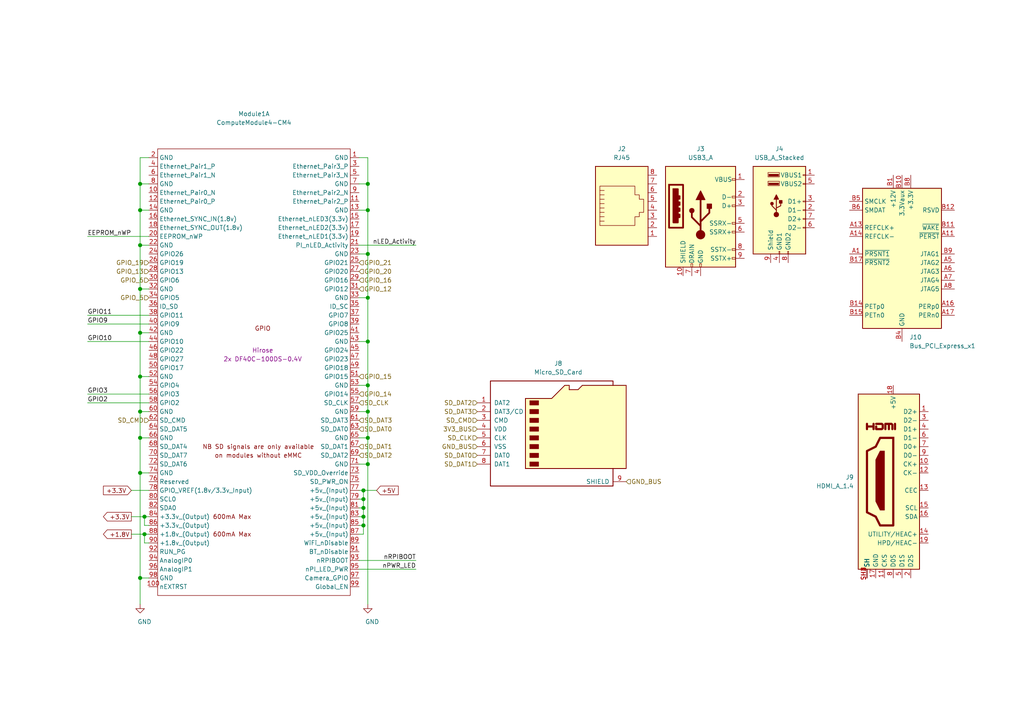
<source format=kicad_sch>
(kicad_sch (version 20250114) (generator "eeschema") (generator_version "9.0")
  (paper "A4")
  (title_block (title "A1K_CM4_PCIE") (date "2020-10-31") (rev "v01") (comment 2 "creativecommons.org/licenses/by-sa/4.0") (comment 3 "License: CC BY-SA 4.0") (comment 4 "Author: Shawn Hymel"))
  (lib_symbols
    (symbol "CM4IO:ComputeModule4-CM4"
      (property "Reference" "Module" (at 113.03 -68.58 0))
      (property "Value" "ComputeModule4-CM4" (at 140.97 2.54 0))
      (property "Manufacturer" "Hirose" (at 0 0 0))
      (property "MPN" "2x DF40C-100DS-0.4V" (at 0 -2.54 0))
      (property "MPN (Alt)" "2x DF40HC(3.0)-100DS-0.4V" (at 0 0 0))
      (symbol "ComputeModule4-CM4_1_0"
        (text "GPIO" (at 0 6.35 0) (effects (font (size 1.27 1.27))))
      )
      (symbol "ComputeModule4-CM4_1_1"
        (rectangle (start -30.48 -71.12) (end 25.4 58.42))
        (text "600mA Max" (at -8.89 -48.26 0) (effects (font (size 1.27 1.27))))
        (text "600mA Max" (at -8.89 -53.34 0) (effects (font (size 1.27 1.27))))
        (text "NB SD signals are only available" (at -1.27 -27.94 0) (effects (font (size 1.27 1.27))))
        (text "on modules without eMMC" (at -1.27 -30.48 0) (effects (font (size 1.27 1.27))))
        (pin power_in line (at -33.02 55.88 0) (length 2.54) (name "GND") (number "2"))
        (pin passive line (at -33.02 53.34 0) (length 2.54) (name "Ethernet_Pair1_P") (number "4"))
        (pin passive line (at -33.02 50.8 0) (length 2.54) (name "Ethernet_Pair1_N") (number "6"))
        (pin power_in line (at -33.02 48.26 0) (length 2.54) (name "GND") (number "8"))
        (pin passive line (at -33.02 45.72 0) (length 2.54) (name "Ethernet_Pair0_N") (number "10"))
        (pin passive line (at -33.02 43.18 0) (length 2.54) (name "Ethernet_Pair0_P") (number "12"))
        (pin power_in line (at -33.02 40.64 0) (length 2.54) (name "GND") (number "14"))
        (pin input line (at -33.02 38.1 0) (length 2.54) (name "Ethernet_SYNC_IN(1.8v)") (number "16"))
        (pin input line (at -33.02 35.56 0) (length 2.54) (name "Ethernet_SYNC_OUT(1.8v)") (number "18"))
        (pin passive line (at -33.02 33.02 0) (length 2.54) (name "EEPROM_nWP") (number "20"))
        (pin power_in line (at -33.02 30.48 0) (length 2.54) (name "GND") (number "22"))
        (pin passive line (at -33.02 27.94 0) (length 2.54) (name "GPIO26") (number "24"))
        (pin passive line (at -33.02 25.4 0) (length 2.54) (name "GPIO19") (number "26"))
        (pin passive line (at -33.02 22.86 0) (length 2.54) (name "GPIO13") (number "28"))
        (pin passive line (at -33.02 20.32 0) (length 2.54) (name "GPIO6") (number "30"))
        (pin power_in line (at -33.02 17.78 0) (length 2.54) (name "GND") (number "32"))
        (pin passive line (at -33.02 15.24 0) (length 2.54) (name "GPIO5") (number "34"))
        (pin passive line (at -33.02 12.7 0) (length 2.54) (name "ID_SD") (number "36"))
        (pin passive line (at -33.02 10.16 0) (length 2.54) (name "GPIO11") (number "38"))
        (pin passive line (at -33.02 7.62 0) (length 2.54) (name "GPIO9") (number "40"))
        (pin power_in line (at -33.02 5.08 0) (length 2.54) (name "GND") (number "42"))
        (pin passive line (at -33.02 2.54 0) (length 2.54) (name "GPIO10") (number "44"))
        (pin passive line (at -33.02 0 0) (length 2.54) (name "GPIO22") (number "46"))
        (pin passive line (at -33.02 -2.54 0) (length 2.54) (name "GPIO27") (number "48"))
        (pin passive line (at -33.02 -5.08 0) (length 2.54) (name "GPIO17") (number "50"))
        (pin power_in line (at -33.02 -7.62 0) (length 2.54) (name "GND") (number "52"))
        (pin passive line (at -33.02 -10.16 0) (length 2.54) (name "GPIO4") (number "54"))
        (pin passive line (at -33.02 -12.7 0) (length 2.54) (name "GPIO3") (number "56"))
        (pin passive line (at -33.02 -15.24 0) (length 2.54) (name "GPIO2") (number "58"))
        (pin power_in line (at -33.02 -17.78 0) (length 2.54) (name "GND") (number "60"))
        (pin passive line (at -33.02 -20.32 0) (length 2.54) (name "SD_CMD") (number "62"))
        (pin passive line (at -33.02 -22.86 0) (length 2.54) (name "SD_DAT5") (number "64"))
        (pin power_in line (at -33.02 -25.4 0) (length 2.54) (name "GND") (number "66"))
        (pin passive line (at -33.02 -27.94 0) (length 2.54) (name "SD_DAT4") (number "68"))
        (pin passive line (at -33.02 -30.48 0) (length 2.54) (name "SD_DAT7") (number "70"))
        (pin passive line (at -33.02 -33.02 0) (length 2.54) (name "SD_DAT6") (number "72"))
        (pin power_in line (at -33.02 -35.56 0) (length 2.54) (name "GND") (number "74"))
        (pin passive line (at -33.02 -38.1 0) (length 2.54) (name "Reserved") (number "76"))
        (pin power_in line (at -33.02 -40.64 0) (length 2.54) (name "GPIO_VREF(1.8v/3.3v_Input)") (number "78"))
        (pin passive line (at -33.02 -43.18 0) (length 2.54) (name "SCL0") (number "80"))
        (pin passive line (at -33.02 -45.72 0) (length 2.54) (name "SDA0") (number "82"))
        (pin power_out line (at -33.02 -48.26 0) (length 2.54) (name "+3.3v_(Output)") (number "84"))
        (pin power_out line (at -33.02 -50.8 0) (length 2.54) (name "+3.3v_(Output)") (number "86"))
        (pin power_out line (at -33.02 -53.34 0) (length 2.54) (name "+1.8v_(Output)") (number "88"))
        (pin power_out line (at -33.02 -55.88 0) (length 2.54) (name "+1.8v_(Output)") (number "90"))
        (pin passive line (at -33.02 -58.42 0) (length 2.54) (name "RUN_PG") (number "92"))
        (pin passive line (at -33.02 -60.96 0) (length 2.54) (name "AnalogIP0") (number "94"))
        (pin passive line (at -33.02 -63.5 0) (length 2.54) (name "AnalogIP1") (number "96"))
        (pin power_in line (at -33.02 -66.04 0) (length 2.54) (name "GND") (number "98"))
        (pin output line (at -33.02 -68.58 0) (length 2.54) (name "nEXTRST") (number "100"))
        (pin power_in line (at 27.94 55.88 180) (length 2.54) (name "GND") (number "1"))
        (pin passive line (at 27.94 53.34 180) (length 2.54) (name "Ethernet_Pair3_P") (number "3"))
        (pin passive line (at 27.94 50.8 180) (length 2.54) (name "Ethernet_Pair3_N") (number "5"))
        (pin power_in line (at 27.94 48.26 180) (length 2.54) (name "GND") (number "7"))
        (pin passive line (at 27.94 45.72 180) (length 2.54) (name "Ethernet_Pair2_N") (number "9"))
        (pin passive line (at 27.94 43.18 180) (length 2.54) (name "Ethernet_Pair2_P") (number "11"))
        (pin power_in line (at 27.94 40.64 180) (length 2.54) (name "GND") (number "13"))
        (pin output line (at 27.94 38.1 180) (length 2.54) (name "Ethernet_nLED3(3.3v)") (number "15"))
        (pin output line (at 27.94 35.56 180) (length 2.54) (name "Ethernet_nLED2(3.3v)") (number "17"))
        (pin output line (at 27.94 33.02 180) (length 2.54) (name "Ethernet_nLED1(3.3v)") (number "19"))
        (pin open_collector line (at 27.94 30.48 180) (length 2.54) (name "PI_nLED_Activity") (number "21"))
        (pin power_in line (at 27.94 27.94 180) (length 2.54) (name "GND") (number "23"))
        (pin passive line (at 27.94 25.4 180) (length 2.54) (name "GPIO21") (number "25"))
        (pin passive line (at 27.94 22.86 180) (length 2.54) (name "GPIO20") (number "27"))
        (pin passive line (at 27.94 20.32 180) (length 2.54) (name "GPIO16") (number "29"))
        (pin passive line (at 27.94 17.78 180) (length 2.54) (name "GPIO12") (number "31"))
        (pin power_in line (at 27.94 15.24 180) (length 2.54) (name "GND") (number "33"))
        (pin passive line (at 27.94 12.7 180) (length 2.54) (name "ID_SC") (number "35"))
        (pin passive line (at 27.94 10.16 180) (length 2.54) (name "GPIO7") (number "37"))
        (pin passive line (at 27.94 7.62 180) (length 2.54) (name "GPIO8") (number "39"))
        (pin passive line (at 27.94 5.08 180) (length 2.54) (name "GPIO25") (number "41"))
        (pin power_in line (at 27.94 2.54 180) (length 2.54) (name "GND") (number "43"))
        (pin passive line (at 27.94 0 180) (length 2.54) (name "GPIO24") (number "45"))
        (pin passive line (at 27.94 -2.54 180) (length 2.54) (name "GPIO23") (number "47"))
        (pin passive line (at 27.94 -5.08 180) (length 2.54) (name "GPIO18") (number "49"))
        (pin passive line (at 27.94 -7.62 180) (length 2.54) (name "GPIO15") (number "51"))
        (pin power_in line (at 27.94 -10.16 180) (length 2.54) (name "GND") (number "53"))
        (pin passive line (at 27.94 -12.7 180) (length 2.54) (name "GPIO14") (number "55"))
        (pin passive line (at 27.94 -15.24 180) (length 2.54) (name "SD_CLK") (number "57"))
        (pin power_in line (at 27.94 -17.78 180) (length 2.54) (name "GND") (number "59"))
        (pin passive line (at 27.94 -20.32 180) (length 2.54) (name "SD_DAT3") (number "61"))
        (pin passive line (at 27.94 -22.86 180) (length 2.54) (name "SD_DAT0") (number "63"))
        (pin power_in line (at 27.94 -25.4 180) (length 2.54) (name "GND") (number "65"))
        (pin passive line (at 27.94 -27.94 180) (length 2.54) (name "SD_DAT1") (number "67"))
        (pin passive line (at 27.94 -30.48 180) (length 2.54) (name "SD_DAT2") (number "69"))
        (pin power_in line (at 27.94 -33.02 180) (length 2.54) (name "GND") (number "71"))
        (pin input line (at 27.94 -35.56 180) (length 2.54) (name "SD_VDD_Override") (number "73"))
        (pin output line (at 27.94 -38.1 180) (length 2.54) (name "SD_PWR_ON") (number "75"))
        (pin power_in line (at 27.94 -40.64 180) (length 2.54) (name "+5v_(Input)") (number "77"))
        (pin power_in line (at 27.94 -43.18 180) (length 2.54) (name "+5v_(Input)") (number "79"))
        (pin power_in line (at 27.94 -45.72 180) (length 2.54) (name "+5v_(Input)") (number "81"))
        (pin power_in line (at 27.94 -48.26 180) (length 2.54) (name "+5v_(Input)") (number "83"))
        (pin power_in line (at 27.94 -50.8 180) (length 2.54) (name "+5v_(Input)") (number "85"))
        (pin power_in line (at 27.94 -53.34 180) (length 2.54) (name "+5v_(Input)") (number "87"))
        (pin power_in line (at 27.94 -55.88 180) (length 2.54) (name "WiFi_nDisable") (number "89"))
        (pin power_in line (at 27.94 -58.42 180) (length 2.54) (name "BT_nDisable") (number "91"))
        (pin input line (at 27.94 -60.96 180) (length 2.54) (name "nRPIBOOT") (number "93"))
        (pin output line (at 27.94 -63.5 180) (length 2.54) (name "nPI_LED_PWR") (number "95"))
        (pin passive line (at 27.94 -66.04 180) (length 2.54) (name "Camera_GPIO") (number "97"))
        (pin input line (at 27.94 -68.58 180) (length 2.54) (name "Global_EN") (number "99"))
      )
      (symbol "ComputeModule4-CM4_2_1"
        (rectangle (start 114.3 -66.04) (end 165.1 63.5))
        (text "High Speed Serial" (at 140.97 0 0) (effects (font (size 1.27 1.27))))
        (pin input line (at 109.22 60.96 0) (length 5.08) (name "PCIe_CLK_nREQ") (number "102"))
        (pin passive line (at 109.22 58.42 0) (length 5.08) (name "Reserved") (number "104"))
        (pin passive line (at 109.22 55.88 0) (length 5.08) (name "Reserved") (number "106"))
        (pin power_in line (at 109.22 53.34 0) (length 5.08) (name "GND") (number "108"))
        (pin output line (at 109.22 50.8 0) (length 5.08) (name "PCIe_CLK_P") (number "110"))
        (pin output line (at 109.22 48.26 0) (length 5.08) (name "PCIe_CLK_N") (number "112"))
        (pin power_in line (at 109.22 45.72 0) (length 5.08) (name "GND") (number "114"))
        (pin input line (at 109.22 43.18 0) (length 5.08) (name "PCIe_RX_P") (number "116"))
        (pin input line (at 109.22 40.64 0) (length 5.08) (name "PCIe_RX_N") (number "118"))
        (pin power_in line (at 109.22 38.1 0) (length 5.08) (name "GND") (number "120"))
        (pin output line (at 109.22 35.56 0) (length 5.08) (name "PCIe_TX_P") (number "122"))
        (pin output line (at 109.22 33.02 0) (length 5.08) (name "PCIe_TX_N") (number "124"))
        (pin power_in line (at 109.22 30.48 0) (length 5.08) (name "GND") (number "126"))
        (pin input line (at 109.22 27.94 0) (length 5.08) (name "CAM0_D0_N") (number "128"))
        (pin input line (at 109.22 25.4 0) (length 5.08) (name "CAM0_D0_P") (number "130"))
        (pin power_in line (at 109.22 22.86 0) (length 5.08) (name "GND") (number "132"))
        (pin input line (at 109.22 20.32 0) (length 5.08) (name "CAM0_D1_N") (number "134"))
        (pin input line (at 109.22 17.78 0) (length 5.08) (name "CAM0_D1_P") (number "136"))
        (pin power_in line (at 109.22 15.24 0) (length 5.08) (name "GND") (number "138"))
        (pin input line (at 109.22 12.7 0) (length 5.08) (name "CAM0_C_N") (number "140"))
        (pin input line (at 109.22 10.16 0) (length 5.08) (name "CAM0_C_P") (number "142"))
        (pin power_in line (at 109.22 7.62 0) (length 5.08) (name "GND") (number "144"))
        (pin output line (at 109.22 5.08 0) (length 5.08) (name "HDMI1_TX2_P") (number "146"))
        (pin output line (at 109.22 2.54 0) (length 5.08) (name "HDMI1_TX2_N") (number "148"))
        (pin power_in line (at 109.22 0 0) (length 5.08) (name "GND") (number "150"))
        (pin output line (at 109.22 -2.54 0) (length 5.08) (name "HDMI1_TX1_P") (number "152"))
        (pin output line (at 109.22 -5.08 0) (length 5.08) (name "HDMI1_TX1_N") (number "154"))
        (pin power_in line (at 109.22 -7.62 0) (length 5.08) (name "GND") (number "156"))
        (pin output line (at 109.22 -10.16 0) (length 5.08) (name "HDMI1_TX0_P") (number "158"))
        (pin output line (at 109.22 -12.7 0) (length 5.08) (name "HDMI1_TX0_N") (number "160"))
        (pin power_in line (at 109.22 -15.24 0) (length 5.08) (name "GND") (number "162"))
        (pin output line (at 109.22 -17.78 0) (length 5.08) (name "HDMI1_CLK_P") (number "164"))
        (pin output line (at 109.22 -20.32 0) (length 5.08) (name "HDMI1_CLK_N") (number "166"))
        (pin power_in line (at 109.22 -22.86 0) (length 5.08) (name "GND") (number "168"))
        (pin output line (at 109.22 -25.4 0) (length 5.08) (name "HDMI0_TX2_P") (number "170"))
        (pin output line (at 109.22 -27.94 0) (length 5.08) (name "HDMI0_TX2_N") (number "172"))
        (pin power_in line (at 109.22 -30.48 0) (length 5.08) (name "GND") (number "174"))
        (pin output line (at 109.22 -33.02 0) (length 5.08) (name "HDMI0_TX1_P") (number "176"))
        (pin output line (at 109.22 -35.56 0) (length 5.08) (name "HDMI0_TX1_N") (number "178"))
        (pin power_in line (at 109.22 -38.1 0) (length 5.08) (name "GND") (number "180"))
        (pin output line (at 109.22 -40.64 0) (length 5.08) (name "HDMI0_TX0_P") (number "182"))
        (pin output line (at 109.22 -43.18 0) (length 5.08) (name "HDMI0_TX0_N") (number "184"))
        (pin power_in line (at 109.22 -45.72 0) (length 5.08) (name "GND") (number "186"))
        (pin output line (at 109.22 -48.26 0) (length 5.08) (name "HDMI0_CLK_P") (number "188"))
        (pin output line (at 109.22 -50.8 0) (length 5.08) (name "HDMI0_CLK_N") (number "190"))
        (pin power_in line (at 109.22 -53.34 0) (length 5.08) (name "GND") (number "192"))
        (pin output line (at 109.22 -55.88 0) (length 5.08) (name "DSI1_D3_N") (number "194"))
        (pin output line (at 109.22 -58.42 0) (length 5.08) (name "DSI1_D3_P") (number "196"))
        (pin power_in line (at 109.22 -60.96 0) (length 5.08) (name "GND") (number "198"))
        (pin open_collector line (at 109.22 -63.5 0) (length 5.08) (name "HDMI0_SCL") (number "200"))
        (pin input line (at 170.18 60.96 180) (length 5.08) (name "USB_OTG_ID") (number "101"))
        (pin passive line (at 170.18 58.42 180) (length 5.08) (name "USB2_N") (number "103"))
        (pin passive line (at 170.18 55.88 180) (length 5.08) (name "USB2_P") (number "105"))
        (pin power_in line (at 170.18 53.34 180) (length 5.08) (name "GND") (number "107"))
        (pin bidirectional line (at 170.18 50.8 180) (length 5.08) (name "PCIe_nRST") (number "109"))
        (pin passive line (at 170.18 48.26 180) (length 5.08) (name "VDAC_COMP") (number "111"))
        (pin power_in line (at 170.18 45.72 180) (length 5.08) (name "GND") (number "113"))
        (pin input line (at 170.18 43.18 180) (length 5.08) (name "CAM1_D0_N") (number "115"))
        (pin input line (at 170.18 40.64 180) (length 5.08) (name "CAM1_D0_P") (number "117"))
        (pin power_in line (at 170.18 38.1 180) (length 5.08) (name "GND") (number "119"))
        (pin input line (at 170.18 35.56 180) (length 5.08) (name "CAM1_D1_N") (number "121"))
        (pin input line (at 170.18 33.02 180) (length 5.08) (name "CAM1_D1_P") (number "123"))
        (pin power_in line (at 170.18 30.48 180) (length 5.08) (name "GND") (number "125"))
        (pin input line (at 170.18 27.94 180) (length 5.08) (name "CAM1_C_N") (number "127"))
        (pin input line (at 170.18 25.4 180) (length 5.08) (name "CAM1_C_P") (number "129"))
        (pin power_in line (at 170.18 22.86 180) (length 5.08) (name "GND") (number "131"))
        (pin input line (at 170.18 20.32 180) (length 5.08) (name "CAM1_D2_N") (number "133"))
        (pin input line (at 170.18 17.78 180) (length 5.08) (name "CAM1_D2_P") (number "135"))
        (pin power_in line (at 170.18 15.24 180) (length 5.08) (name "GND") (number "137"))
        (pin input line (at 170.18 12.7 180) (length 5.08) (name "CAM1_D3_N") (number "139"))
        (pin input line (at 170.18 10.16 180) (length 5.08) (name "CAM1_D3_P") (number "141"))
        (pin input line (at 170.18 7.62 180) (length 5.08) (name "HDMI1_HOTPLUG") (number "143"))
        (pin bidirectional line (at 170.18 5.08 180) (length 5.08) (name "HDMI1_SDA") (number "145"))
        (pin open_collector line (at 170.18 2.54 180) (length 5.08) (name "HDMI1_SCL") (number "147"))
        (pin open_collector line (at 170.18 0 180) (length 5.08) (name "HDMI1_CEC") (number "149"))
        (pin open_collector line (at 170.18 -2.54 180) (length 5.08) (name "HDMI0_CEC") (number "151"))
        (pin input line (at 170.18 -5.08 180) (length 5.08) (name "HDMI0_HOTPLUG") (number "153"))
        (pin power_in line (at 170.18 -7.62 180) (length 5.08) (name "GND") (number "155"))
        (pin output line (at 170.18 -10.16 180) (length 5.08) (name "DSI0_D0_N") (number "157"))
        (pin output line (at 170.18 -12.7 180) (length 5.08) (name "DSI0_D0_P") (number "159"))
        (pin power_in line (at 170.18 -15.24 180) (length 5.08) (name "GND") (number "161"))
        (pin output line (at 170.18 -17.78 180) (length 5.08) (name "DSI0_D1_N") (number "163"))
        (pin output line (at 170.18 -20.32 180) (length 5.08) (name "DSI0_D1_P") (number "165"))
        (pin power_in line (at 170.18 -22.86 180) (length 5.08) (name "GND") (number "167"))
        (pin output line (at 170.18 -25.4 180) (length 5.08) (name "DSI0_C_N") (number "169"))
        (pin output line (at 170.18 -27.94 180) (length 5.08) (name "DSI0_C_P") (number "171"))
        (pin power_in line (at 170.18 -30.48 180) (length 5.08) (name "GND") (number "173"))
        (pin output line (at 170.18 -33.02 180) (length 5.08) (name "DSI1_D0_N") (number "175"))
        (pin output line (at 170.18 -35.56 180) (length 5.08) (name "DSI1_D0_P") (number "177"))
        (pin power_in line (at 170.18 -38.1 180) (length 5.08) (name "GND") (number "179"))
        (pin output line (at 170.18 -40.64 180) (length 5.08) (name "DSI1_D1_N") (number "181"))
        (pin output line (at 170.18 -43.18 180) (length 5.08) (name "DSI1_D1_P") (number "183"))
        (pin power_in line (at 170.18 -45.72 180) (length 5.08) (name "GND") (number "185"))
        (pin output line (at 170.18 -48.26 180) (length 5.08) (name "DSI1_C_N") (number "187"))
        (pin output line (at 170.18 -50.8 180) (length 5.08) (name "DSI1_C_P") (number "189"))
        (pin power_in line (at 170.18 -53.34 180) (length 5.08) (name "GND") (number "191"))
        (pin output line (at 170.18 -55.88 180) (length 5.08) (name "DSI1_D2_N") (number "193"))
        (pin output line (at 170.18 -58.42 180) (length 5.08) (name "DSI1_D2_P") (number "195"))
        (pin power_in line (at 170.18 -60.96 180) (length 5.08) (name "GND") (number "197"))
        (pin bidirectional line (at 170.18 -63.5 180) (length 5.08) (name "HDMI0_SDA") (number "199"))
      )
    )
    (symbol "CM4IO:HDMI_A_1.4"
      (property "Reference" "J" (at 36.83 26.67 0))
      (property "Value" "HDMI_A_1.4" (at 20.32 26.67 0))
      (symbol "HDMI_A_1.4_0_0"
        (polyline (pts (xy 22.86 15.24) (xy 22.86 16.764) (xy 22.86 16.002) (xy 24.765 16.002) (xy 24.765 16.764) (xy 24.765 15.24)) (stroke (width 0.635)))
        (polyline (pts (xy 25.527 16.764) (xy 27.178 16.764) (xy 27.432 16.51) (xy 27.432 15.494) (xy 27.178 15.24) (xy 25.527 15.24) (xy 25.527 16.002)) (stroke (width 0.635)))
        (polyline (pts (xy 30.988 15.24) (xy 30.988 16.764)) (stroke (width 0.635)))
        (pin passive line (at 22.86 -27.94 90) (length 2.54) (name "SH") (number "SH2"))
        (pin passive line (at 22.86 -27.94 90) (length 2.54) (name "SH") (number "SH3"))
        (pin passive line (at 22.86 -27.94 90) (length 2.54) (name "SH") (number "SH4"))
      )
      (symbol "HDMI_A_1.4_0_1"
        (polyline (pts (xy 27.94 8.89) (xy 26.67 8.89) (xy 25.4 6.35) (xy 25.4 -5.715) (xy 26.67 -8.255) (xy 27.94 -8.255) (xy 27.94 8.89)) (fill (type outline)))
        (polyline (pts (xy 28.194 15.24) (xy 28.194 16.764) (xy 29.21 16.764) (xy 29.21 15.24) (xy 29.21 16.764) (xy 29.972 16.764) (xy 30.226 16.51) (xy 30.226 15.24)) (stroke (width 0.635)))
        (polyline (pts (xy 30.48 12.7) (xy 30.48 -12.7) (xy 26.67 -12.7) (xy 25.4 -10.16) (xy 22.86 -8.89) (xy 22.86 8.89) (xy 25.4 10.16) (xy 26.67 12.7) (xy 30.48 12.7)) (stroke (width 0.635)))
        (rectangle (start 38.1 25.4) (end 20.32 -25.4) (stroke (width 0.254)) (fill (type background)))
      )
      (symbol "HDMI_A_1.4_1_1"
        (pin passive line (at 22.86 -27.94 90) (length 2.54) (name "SH") (number "SH1"))
        (pin power_in line (at 25.4 -27.94 90) (length 2.54) (name "GND") (number "17"))
        (pin power_in line (at 27.94 -27.94 90) (length 2.54) (name "CKS") (number "11"))
        (pin power_in line (at 30.48 27.94 270) (length 2.54) (name "+5V") (number "18"))
        (pin power_in line (at 30.48 -27.94 90) (length 2.54) (name "D0S") (number "8"))
        (pin power_in line (at 33.02 -27.94 90) (length 2.54) (name "D1S") (number "5"))
        (pin power_in line (at 35.56 -27.94 90) (length 2.54) (name "D2S") (number "2"))
        (pin passive line (at 40.64 20.32 180) (length 2.54) (name "D2+") (number "1"))
        (pin passive line (at 40.64 17.78 180) (length 2.54) (name "D2-") (number "3"))
        (pin passive line (at 40.64 15.24 180) (length 2.54) (name "D1+") (number "4"))
        (pin passive line (at 40.64 12.7 180) (length 2.54) (name "D1-") (number "6"))
        (pin passive line (at 40.64 10.16 180) (length 2.54) (name "D0+") (number "7"))
        (pin passive line (at 40.64 7.62 180) (length 2.54) (name "D0-") (number "9"))
        (pin passive line (at 40.64 5.08 180) (length 2.54) (name "CK+") (number "10"))
        (pin passive line (at 40.64 2.54 180) (length 2.54) (name "CK-") (number "12"))
        (pin bidirectional line (at 40.64 -2.54 180) (length 2.54) (name "CEC") (number "13"))
        (pin passive line (at 40.64 -7.62 180) (length 2.54) (name "SCL") (number "15"))
        (pin bidirectional line (at 40.64 -10.16 180) (length 2.54) (name "SDA") (number "16"))
        (pin passive line (at 40.64 -15.24 180) (length 2.54) (name "UTILITY/HEAC+") (number "14"))
        (pin passive line (at 40.64 -17.78 180) (length 2.54) (name "HPD/HEAC-") (number "19"))
      )
    )
    (symbol "Connector:Bus_PCI_Express_x1"
      (property "Reference" "J" (at -8.89 22.86 0))
      (property "Value" "Bus_PCI_Express_x1" (at 12.7 22.86 0))
      (symbol "Bus_PCI_Express_x1_0_1"
        (rectangle (start -11.43 21.59) (end 11.43 -19.05) (stroke (width 0.254)) (fill (type background)))
      )
      (symbol "Bus_PCI_Express_x1_1_1"
        (pin input line (at -15.24 17.78 0) (length 3.81) (name "SMCLK") (number "B5"))
        (pin bidirectional line (at -15.24 15.24 0) (length 3.81) (name "SMDAT") (number "B6"))
        (pin input line (at -15.24 10.16 0) (length 3.81) (name "REFCLK+") (number "A13"))
        (pin input line (at -15.24 7.62 0) (length 3.81) (name "REFCLK-") (number "A14"))
        (pin passive line (at -15.24 2.54 0) (length 3.81) (name "~{PRSNT1}") (number "A1"))
        (pin passive line (at -15.24 0 0) (length 3.81) (name "~{PRSNT2}") (number "B17"))
        (pin input line (at -15.24 -12.7 0) (length 3.81) (name "PETp0") (number "B14"))
        (pin input line (at -15.24 -15.24 0) (length 3.81) (name "PETn0") (number "B15"))
        (pin passive line (at -2.54 25.4 270) (length 3.81) (hide yes) (name "+12V") (number "A2"))
        (pin passive line (at -2.54 25.4 270) (length 3.81) (hide yes) (name "+12V") (number "A3"))
        (pin power_in line (at -2.54 25.4 270) (length 3.81) (name "+12V") (number "B1"))
        (pin passive line (at -2.54 25.4 270) (length 3.81) (hide yes) (name "+12V") (number "B2"))
        (pin passive line (at -2.54 25.4 270) (length 3.81) (hide yes) (name "+12V") (number "B3"))
        (pin power_in line (at 0 25.4 270) (length 3.81) (name "3.3Vaux") (number "B10"))
        (pin passive line (at 0 -22.86 90) (length 3.81) (hide yes) (name "GND") (number "A12"))
        (pin passive line (at 0 -22.86 90) (length 3.81) (hide yes) (name "GND") (number "A15"))
        (pin passive line (at 0 -22.86 90) (length 3.81) (hide yes) (name "GND") (number "A18"))
        (pin passive line (at 0 -22.86 90) (length 3.81) (hide yes) (name "GND") (number "A4"))
        (pin passive line (at 0 -22.86 90) (length 3.81) (hide yes) (name "GND") (number "B13"))
        (pin passive line (at 0 -22.86 90) (length 3.81) (hide yes) (name "GND") (number "B16"))
        (pin passive line (at 0 -22.86 90) (length 3.81) (hide yes) (name "GND") (number "B18"))
        (pin power_in line (at 0 -22.86 90) (length 3.81) (name "GND") (number "B4"))
        (pin passive line (at 0 -22.86 90) (length 3.81) (hide yes) (name "GND") (number "B7"))
        (pin passive line (at 2.54 25.4 270) (length 3.81) (hide yes) (name "+3.3V") (number "A10"))
        (pin passive line (at 2.54 25.4 270) (length 3.81) (hide yes) (name "+3.3V") (number "A9"))
        (pin power_in line (at 2.54 25.4 270) (length 3.81) (name "+3.3V") (number "B8"))
        (pin passive line (at 15.24 15.24 180) (length 3.81) (name "RSVD") (number "B12"))
        (pin open_collector line (at 15.24 10.16 180) (length 3.81) (name "~{WAKE}") (number "B11"))
        (pin input line (at 15.24 7.62 180) (length 3.81) (name "~{PERST}") (number "A11"))
        (pin input line (at 15.24 2.54 180) (length 3.81) (name "JTAG1") (number "B9"))
        (pin input line (at 15.24 0 180) (length 3.81) (name "JTAG2") (number "A5"))
        (pin input line (at 15.24 -2.54 180) (length 3.81) (name "JTAG3") (number "A6"))
        (pin output line (at 15.24 -5.08 180) (length 3.81) (name "JTAG4") (number "A7"))
        (pin input line (at 15.24 -7.62 180) (length 3.81) (name "JTAG5") (number "A8"))
        (pin output line (at 15.24 -12.7 180) (length 3.81) (name "PERp0") (number "A16"))
        (pin output line (at 15.24 -15.24 180) (length 3.81) (name "PERn0") (number "A17"))
      )
    )
    (symbol "Connector:Micro_SD_Card" (pin_names (offset 1.016))
      (property "Reference" "J" (at -16.51 15.24 0))
      (property "Value" "Micro_SD_Card" (at 16.51 15.24 0))
      (symbol "Micro_SD_Card_0_1"
        (polyline (pts (xy -8.89 -11.43) (xy -8.89 8.89) (xy -1.27 8.89) (xy 2.54 12.7) (xy 3.81 12.7) (xy 3.81 11.43) (xy 6.35 11.43) (xy 7.62 12.7) (xy 20.32 12.7) (xy 20.32 -11.43) (xy -8.89 -11.43)) (stroke (width 0.254)) (fill (type background)))
        (rectangle (start -7.62 8.255) (end -5.08 6.985) (fill (type outline)))
        (rectangle (start -7.62 5.715) (end -5.08 4.445) (fill (type outline)))
        (rectangle (start -7.62 3.175) (end -5.08 1.905) (fill (type outline)))
        (rectangle (start -7.62 0.635) (end -5.08 -0.635) (fill (type outline)))
        (rectangle (start -7.62 -1.905) (end -5.08 -3.175) (fill (type outline)))
        (rectangle (start -7.62 -4.445) (end -5.08 -5.715) (fill (type outline)))
        (rectangle (start -7.62 -6.985) (end -5.08 -8.255) (fill (type outline)))
        (rectangle (start -7.62 -9.525) (end -5.08 -10.795) (fill (type outline)))
        (polyline (pts (xy 16.51 12.7) (xy 16.51 13.97) (xy -19.05 13.97) (xy -19.05 -16.51) (xy 16.51 -16.51) (xy 16.51 -11.43)) (stroke (width 0.254)))
      )
      (symbol "Micro_SD_Card_1_1"
        (pin bidirectional line (at -22.86 7.62 0) (length 3.81) (name "DAT2") (number "1"))
        (pin bidirectional line (at -22.86 5.08 0) (length 3.81) (name "DAT3/CD") (number "2"))
        (pin input line (at -22.86 2.54 0) (length 3.81) (name "CMD") (number "3"))
        (pin power_in line (at -22.86 0 0) (length 3.81) (name "VDD") (number "4"))
        (pin input line (at -22.86 -2.54 0) (length 3.81) (name "CLK") (number "5"))
        (pin power_in line (at -22.86 -5.08 0) (length 3.81) (name "VSS") (number "6"))
        (pin bidirectional line (at -22.86 -7.62 0) (length 3.81) (name "DAT0") (number "7"))
        (pin bidirectional line (at -22.86 -10.16 0) (length 3.81) (name "DAT1") (number "8"))
        (pin passive line (at 20.32 -15.24 180) (length 3.81) (name "SHIELD") (number "9"))
      )
    )
    (symbol "Connector:RJ45" (pin_names (offset 1.016))
      (property "Reference" "J" (at -5.08 13.97 0))
      (property "Value" "RJ45" (at 2.54 13.97 0))
      (symbol "RJ45_0_1"
        (polyline (pts (xy -6.35 1.905) (xy -5.08 1.905) (xy -5.08 1.905)))
        (polyline (pts (xy -6.35 0.635) (xy -5.08 0.635) (xy -5.08 0.635)))
        (polyline (pts (xy -6.35 -0.635) (xy -5.08 -0.635) (xy -5.08 -0.635)))
        (polyline (pts (xy -6.35 -1.905) (xy -5.08 -1.905) (xy -5.08 -1.905)))
        (polyline (pts (xy -6.35 -3.175) (xy -5.08 -3.175) (xy -5.08 -3.175)))
        (polyline (pts (xy -6.35 -4.445) (xy -6.35 6.985) (xy 3.81 6.985) (xy 3.81 4.445) (xy 5.08 4.445) (xy 5.08 3.175) (xy 6.35 3.175) (xy 6.35 -0.635) (xy 5.08 -0.635) (xy 5.08 -1.905) (xy 3.81 -1.905) (xy 3.81 -4.445) (xy -6.35 -4.445) (xy -6.35 -4.445)))
        (polyline (pts (xy -5.08 5.715) (xy -6.35 5.715)))
        (polyline (pts (xy -5.08 4.445) (xy -6.35 4.445)))
        (polyline (pts (xy -5.08 3.175) (xy -6.35 3.175) (xy -6.35 3.175)))
        (rectangle (start 7.62 12.7) (end -7.62 -10.16) (stroke (width 0.254)) (fill (type background)))
      )
      (symbol "RJ45_1_1"
        (pin passive line (at 10.16 10.16 180) (length 2.54) (name "~") (number "8"))
        (pin passive line (at 10.16 7.62 180) (length 2.54) (name "~") (number "7"))
        (pin passive line (at 10.16 5.08 180) (length 2.54) (name "~") (number "6"))
        (pin passive line (at 10.16 2.54 180) (length 2.54) (name "~") (number "5"))
        (pin passive line (at 10.16 0 180) (length 2.54) (name "~") (number "4"))
        (pin passive line (at 10.16 -2.54 180) (length 2.54) (name "~") (number "3"))
        (pin passive line (at 10.16 -5.08 180) (length 2.54) (name "~") (number "2"))
        (pin passive line (at 10.16 -7.62 180) (length 2.54) (name "~") (number "1"))
      )
    )
    (symbol "Connector:USB3_A" (pin_names (offset 1.016))
      (property "Reference" "J" (at -10.16 15.24 0))
      (property "Value" "USB3_A" (at 10.16 15.24 0))
      (symbol "USB3_A_0_0"
        (rectangle (start -9.144 8.636) (end -5.08 -3.81) (stroke (width 0.508)))
        (rectangle (start -7.874 7.366) (end -6.604 -2.286) (stroke (width 0.508)) (fill (type outline)))
        (rectangle (start -6.35 5.334) (end -6.096 4.572) (stroke (width 0.508)))
        (rectangle (start -6.35 3.556) (end -6.096 2.794) (stroke (width 0.508)))
        (rectangle (start -6.35 1.778) (end -6.096 1.016) (stroke (width 0.508)))
        (rectangle (start -6.35 0) (end -6.096 -0.762) (stroke (width 0.508)))
        (rectangle (start -2.794 -15.24) (end -2.286 -14.224))
        (rectangle (start -0.254 -15.24) (end 0.254 -14.224))
        (rectangle (start 10.16 10.414) (end 9.144 9.906))
        (rectangle (start 10.16 5.334) (end 9.144 4.826))
        (rectangle (start 10.16 2.794) (end 9.144 2.286))
        (rectangle (start 10.16 -2.286) (end 9.144 -2.794))
        (rectangle (start 10.16 -4.826) (end 9.144 -5.334))
        (rectangle (start 10.16 -9.906) (end 9.144 -10.414))
        (rectangle (start 10.16 -12.446) (end 9.144 -12.954))
      )
      (symbol "USB3_A_0_1"
        (rectangle (start -10.16 13.97) (end 10.16 -15.24) (stroke (width 0.254)) (fill (type background)))
      )
      (symbol "USB3_A_1_1"
        (circle (center -2.54 1.143) (radius 0.635) (stroke (width 0.254)) (fill (type outline)))
        (polyline (pts (xy -1.27 4.318) (xy 0 6.858) (xy 1.27 4.318) (xy -1.27 4.318)) (stroke (width 0.254)) (fill (type outline)))
        (polyline (pts (xy 0 -2.032) (xy 2.54 0.508) (xy 2.54 1.778)) (stroke (width 0.508)))
        (polyline (pts (xy 0 -3.302) (xy -2.54 -0.762) (xy -2.54 0.508)) (stroke (width 0.508)))
        (polyline (pts (xy 0 -5.842) (xy 0 4.318)) (stroke (width 0.508)))
        (circle (center 0 -5.842) (radius 1.27) (fill (type outline)))
        (rectangle (start 1.905 1.778) (end 3.175 3.048) (stroke (width 0.254)) (fill (type outline)))
        (pin passive line (at -5.08 -17.78 90) (length 2.54) (name "SHIELD") (number "10"))
        (pin passive line (at -2.54 -17.78 90) (length 2.54) (name "DRAIN") (number "7"))
        (pin power_in line (at 0 -17.78 90) (length 2.54) (name "GND") (number "4"))
        (pin power_in line (at 12.7 10.16 180) (length 2.54) (name "VBUS") (number "1"))
        (pin bidirectional line (at 12.7 5.08 180) (length 2.54) (name "D-") (number "2"))
        (pin bidirectional line (at 12.7 2.54 180) (length 2.54) (name "D+") (number "3"))
        (pin output line (at 12.7 -2.54 180) (length 2.54) (name "SSRX-") (number "5"))
        (pin output line (at 12.7 -5.08 180) (length 2.54) (name "SSRX+") (number "6"))
        (pin input line (at 12.7 -10.16 180) (length 2.54) (name "SSTX-") (number "8"))
        (pin input line (at 12.7 -12.7 180) (length 2.54) (name "SSTX+") (number "9"))
      )
    )
    (symbol "Connector:USB_A_Stacked" (pin_names (offset 1.016))
      (property "Reference" "J" (at 0 15.875 0))
      (property "Value" "USB_A_Stacked" (at 0 13.97 0))
      (symbol "USB_A_Stacked_0_1"
        (rectangle (start -7.62 12.7) (end 7.62 -12.7) (stroke (width 0.254)) (fill (type background)))
        (circle (center -2.159 1.905) (radius 0.381) (stroke (width 0.254)) (fill (type outline)))
        (polyline (pts (xy -1.524 3.175) (xy -0.254 3.175) (xy -0.889 4.445) (xy -1.524 3.175)) (stroke (width 0.254)) (fill (type outline)))
        (polyline (pts (xy -0.889 0) (xy -0.889 0.635) (xy 0.381 1.27) (xy 0.381 2.54)) (stroke (width 0.254)))
        (polyline (pts (xy -0.889 -0.635) (xy -0.889 0) (xy -2.159 1.27) (xy -2.159 1.905)) (stroke (width 0.254)))
        (circle (center -0.889 -1.27) (radius 0.635) (stroke (width 0.254)) (fill (type outline)))
        (rectangle (start -0.254 9.906) (end -3.048 10.414) (fill (type outline)))
        (rectangle (start -0.254 7.366) (end -3.048 7.874) (fill (type outline)))
        (rectangle (start -0.127 -12.7) (end 0.127 -11.938))
        (rectangle (start 0 9.652) (end -3.302 10.922))
        (rectangle (start 0 7.112) (end -3.302 8.382))
        (rectangle (start 0 2.794) (end 0.762 2.032) (stroke (width 0.254)) (fill (type outline)))
        (rectangle (start 2.413 -12.7) (end 2.667 -11.938))
        (rectangle (start 7.62 10.033) (end 6.858 10.287))
        (rectangle (start 7.62 7.493) (end 6.858 7.747))
        (rectangle (start 7.62 2.413) (end 6.858 2.667))
        (rectangle (start 7.62 -0.127) (end 6.858 0.127))
        (rectangle (start 7.62 -2.667) (end 6.858 -2.413))
        (rectangle (start 7.62 -5.207) (end 6.858 -4.953))
      )
      (symbol "USB_A_Stacked_1_1"
        (polyline (pts (xy -0.889 0.635) (xy -0.889 3.175)) (stroke (width 0.254)))
        (pin passive line (at -2.54 -15.24 90) (length 2.54) (name "Shield") (number "9"))
        (pin power_in line (at 0 -15.24 90) (length 2.54) (name "GND1") (number "4"))
        (pin power_in line (at 2.54 -15.24 90) (length 2.54) (name "GND2") (number "8"))
        (pin power_in line (at 10.16 10.16 180) (length 2.54) (name "VBUS1") (number "1"))
        (pin power_in line (at 10.16 7.62 180) (length 2.54) (name "VBUS2") (number "5"))
        (pin bidirectional line (at 10.16 2.54 180) (length 2.54) (name "D1+") (number "3"))
        (pin bidirectional line (at 10.16 0 180) (length 2.54) (name "D1-") (number "2"))
        (pin bidirectional line (at 10.16 -2.54 180) (length 2.54) (name "D2+") (number "7"))
        (pin bidirectional line (at 10.16 -5.08 180) (length 2.54) (name "D2-") (number "6"))
      )
    )
    (symbol "power:GND" (power) (pin_names (offset 0))
      (property "Value" "GND" (at 0 -3.81 0))
      (symbol "GND_0_1"
        (polyline (pts (xy 0 0) (xy 0 -1.27) (xy 1.27 -1.27) (xy 0 -2.54) (xy -1.27 -1.27) (xy 0 -1.27)))
      )
      (symbol "GND_1_1"
        (pin power_in line (at 0 0 270) (length 0) (hide yes) (name "GND") (number "1"))
      )
    )
  )
  (junction (at 40.64 60.96) (diameter 1.016))
  (junction (at 106.68 60.96) (diameter 1.016))
  (junction (at 105.41 144.78) (diameter 1.016))
  (junction (at 106.68 127) (diameter 1.016))
  (junction (at 105.41 147.32) (diameter 1.016))
  (junction (at 41.91 154.94) (diameter 1.016))
  (junction (at 41.91 149.86) (diameter 1.016))
  (junction (at 40.64 119.38) (diameter 1.016))
  (junction (at 106.68 73.66) (diameter 1.016))
  (junction (at 106.68 99.06) (diameter 1.016))
  (junction (at 40.64 109.22) (diameter 1.016))
  (junction (at 106.68 119.38) (diameter 1.016))
  (junction (at 40.64 167.64) (diameter 1.016))
  (junction (at 40.64 96.52) (diameter 1.016))
  (junction (at 105.41 142.24) (diameter 1.016))
  (junction (at 106.68 111.76) (diameter 1.016))
  (junction (at 105.41 149.86) (diameter 1.016))
  (junction (at 40.64 71.12) (diameter 1.016))
  (junction (at 106.68 134.62) (diameter 1.016))
  (junction (at 40.64 127) (diameter 1.016))
  (junction (at 40.64 53.34) (diameter 1.016))
  (junction (at 40.64 137.16) (diameter 1.016))
  (junction (at 40.64 83.82) (diameter 1.016))
  (junction (at 106.68 53.34) (diameter 1.016))
  (junction (at 106.68 86.36) (diameter 1.016))
  (junction (at 105.41 152.4) (diameter 1.016))
  (wire (pts (xy 106.68 111.76) (xy 106.68 119.38)))
  (wire (pts (xy 38.1 142.24) (xy 43.18 142.24)))
  (wire (pts (xy 40.64 167.64) (xy 43.18 167.64)))
  (wire (pts (xy 41.91 157.48) (xy 41.91 154.94)))
  (wire (pts (xy 40.64 137.16) (xy 40.64 167.64)))
  (wire (pts (xy 104.14 111.76) (xy 106.68 111.76)))
  (wire (pts (xy 105.41 152.4) (xy 105.41 149.86)))
  (wire (pts (xy 104.14 134.62) (xy 106.68 134.62)))
  (wire (pts (xy 40.64 71.12) (xy 43.18 71.12)))
  (wire (pts (xy 40.64 127) (xy 43.18 127)))
  (wire (pts (xy 40.64 119.38) (xy 43.18 119.38)))
  (wire (pts (xy 106.68 86.36) (xy 106.68 99.06)))
  (wire (pts (xy 40.64 83.82) (xy 40.64 96.52)))
  (wire (pts (xy 104.14 149.86) (xy 105.41 149.86)))
  (wire (pts (xy 104.14 119.38) (xy 106.68 119.38)))
  (wire (pts (xy 40.64 127) (xy 40.64 137.16)))
  (wire (pts (xy 105.41 149.86) (xy 105.41 147.32)))
  (wire (pts (xy 40.64 109.22) (xy 40.64 119.38)))
  (wire (pts (xy 40.64 119.38) (xy 40.64 127)))
  (wire (pts (xy 41.91 149.86) (xy 43.18 149.86)))
  (wire (pts (xy 40.64 71.12) (xy 40.64 83.82)))
  (wire (pts (xy 40.64 53.34) (xy 43.18 53.34)))
  (wire (pts (xy 104.14 165.1) (xy 120.65 165.1)))
  (wire (pts (xy 105.41 144.78) (xy 105.41 142.24)))
  (wire (pts (xy 104.14 142.24) (xy 105.41 142.24)))
  (wire (pts (xy 25.4 91.44) (xy 43.18 91.44)))
  (wire (pts (xy 41.91 152.4) (xy 41.91 149.86)))
  (wire (pts (xy 40.64 137.16) (xy 43.18 137.16)))
  (wire (pts (xy 40.64 96.52) (xy 40.64 109.22)))
  (wire (pts (xy 105.41 154.94) (xy 105.41 152.4)))
  (wire (pts (xy 40.64 60.96) (xy 40.64 71.12)))
  (wire (pts (xy 106.68 60.96) (xy 106.68 73.66)))
  (wire (pts (xy 104.14 147.32) (xy 105.41 147.32)))
  (wire (pts (xy 106.68 119.38) (xy 106.68 127)))
  (wire (pts (xy 104.14 45.72) (xy 106.68 45.72)))
  (wire (pts (xy 40.64 109.22) (xy 43.18 109.22)))
  (wire (pts (xy 40.64 60.96) (xy 43.18 60.96)))
  (wire (pts (xy 43.18 152.4) (xy 41.91 152.4)))
  (wire (pts (xy 105.41 147.32) (xy 105.41 144.78)))
  (wire (pts (xy 40.64 53.34) (xy 40.64 60.96)))
  (wire (pts (xy 38.1 154.94) (xy 41.91 154.94)))
  (wire (pts (xy 105.41 142.24) (xy 109.22 142.24)))
  (wire (pts (xy 38.1 149.86) (xy 41.91 149.86)))
  (wire (pts (xy 106.68 127) (xy 106.68 134.62)))
  (wire (pts (xy 25.4 114.3) (xy 43.18 114.3)))
  (wire (pts (xy 104.14 154.94) (xy 105.41 154.94)))
  (wire (pts (xy 25.4 116.84) (xy 43.18 116.84)))
  (wire (pts (xy 104.14 99.06) (xy 106.68 99.06)))
  (wire (pts (xy 41.91 154.94) (xy 43.18 154.94)))
  (wire (pts (xy 106.68 73.66) (xy 106.68 86.36)))
  (wire (pts (xy 43.18 45.72) (xy 40.64 45.72)))
  (wire (pts (xy 104.14 152.4) (xy 105.41 152.4)))
  (wire (pts (xy 104.14 53.34) (xy 106.68 53.34)))
  (wire (pts (xy 106.68 45.72) (xy 106.68 53.34)))
  (wire (pts (xy 25.4 93.98) (xy 43.18 93.98)))
  (wire (pts (xy 104.14 162.56) (xy 120.65 162.56)))
  (wire (pts (xy 25.4 99.06) (xy 43.18 99.06)))
  (wire (pts (xy 40.64 45.72) (xy 40.64 53.34)))
  (wire (pts (xy 106.68 99.06) (xy 106.68 111.76)))
  (wire (pts (xy 43.18 157.48) (xy 41.91 157.48)))
  (wire (pts (xy 106.68 53.34) (xy 106.68 60.96)))
  (wire (pts (xy 104.14 73.66) (xy 106.68 73.66)))
  (wire (pts (xy 40.64 167.64) (xy 40.64 175.26)))
  (wire (pts (xy 104.14 86.36) (xy 106.68 86.36)))
  (wire (pts (xy 104.14 144.78) (xy 105.41 144.78)))
  (wire (pts (xy 106.68 134.62) (xy 106.68 175.26)))
  (wire (pts (xy 25.4 68.58) (xy 43.18 68.58)))
  (wire (pts (xy 104.14 60.96) (xy 106.68 60.96)))
  (wire (pts (xy 40.64 96.52) (xy 43.18 96.52)))
  (wire (pts (xy 40.64 83.82) (xy 43.18 83.82)))
  (wire (pts (xy 104.14 71.12) (xy 120.65 71.12)))
  (wire (pts (xy 104.14 127) (xy 106.68 127)))
  (label "GPIO10" (at 25.4 99.06 0))
  (label "GPIO9" (at 25.4 93.98 0))
  (label "GPIO3" (at 25.4 114.3 0))
  (label "GPIO11" (at 25.4 91.44 0))
  (label "GPIO2" (at 25.4 116.84 0))
  (label "nLED_Activity" (at 120.65 71.12 180))
  (label "EEPROM_nWP" (at 25.4 68.58 0))
  (label "nPWR_LED" (at 120.65 165.1 180))
  (label "nRPIBOOT" (at 120.65 162.56 180))
  (global_label "+3.3V" (shape output) (at 38.1 149.86 180) (property "Intersheetrefs" "${INTERSHEET_REFS}" (effects (hide yes))))
  (global_label "+5V" (shape input) (at 109.22 142.24 0) (property "Intersheetrefs" "${INTERSHEET_REFS}" (effects (hide yes))))
  (global_label "+3.3V" (shape input) (at 38.1 142.24 180) (property "Intersheetrefs" "${INTERSHEET_REFS}" (effects (hide yes))))
  (global_label "+1.8V" (shape output) (at 38.1 154.94 180) (property "Intersheetrefs" "${INTERSHEET_REFS}" (effects (hide yes))))
  (hierarchical_label "SD_CMD" (shape input) (at 43.18 121.92 180))
  (hierarchical_label "GPIO_5" (shape input) (at 43.18 86.36 180))
  (hierarchical_label "SD_DAT1" (shape input) (at 138.43 134.62 180))
  (hierarchical_label "GPIO_20" (shape input) (at 104.14 78.74 0))
  (hierarchical_label "3V3_BUS" (shape input) (at 138.43 124.46 180))
  (hierarchical_label "GPIO_15" (shape input) (at 104.14 109.22 0))
  (hierarchical_label "SD_DAT2" (shape input) (at 104.14 132.08 0))
  (hierarchical_label "SD_DAT3" (shape input) (at 138.43 119.38 180))
  (hierarchical_label "SD_CLK" (shape input) (at 138.43 127 180))
  (hierarchical_label "GND_BUS" (shape input) (at 138.43 129.54 180))
  (hierarchical_label "GPIO_6" (shape input) (at 43.18 81.28 180))
  (hierarchical_label "GPIO_16" (shape input) (at 104.14 81.28 0))
  (hierarchical_label "SD_DAT0" (shape input) (at 104.14 124.46 0))
  (hierarchical_label "SD_CMD" (shape input) (at 138.43 121.92 180))
  (hierarchical_label "GPIO_21" (shape input) (at 104.14 76.2 0))
  (hierarchical_label "SD_CLK" (shape input) (at 104.14 116.84 0))
  (hierarchical_label "GPIO_12" (shape input) (at 104.14 83.82 0))
  (hierarchical_label "SD_DAT3" (shape input) (at 104.14 121.92 0))
  (hierarchical_label "GPIO_19" (shape input) (at 43.18 76.2 180))
  (hierarchical_label "GND_BUS" (shape input) (at 181.61 139.7 0))
  (hierarchical_label "SD_DAT0" (shape input) (at 138.43 132.08 180))
  (hierarchical_label "GPIO_14" (shape input) (at 104.14 114.3 0))
  (hierarchical_label "SD_DAT1" (shape input) (at 104.14 129.54 0))
  (hierarchical_label "GPIO_13" (shape input) (at 43.18 78.74 180))
  (hierarchical_label "SD_DAT2" (shape input) (at 138.43 116.84 180))
  (symbol (lib_id "Connector:RJ45") (at 180.34 60.96 0) (unit 1)
    (property "Reference" "J2" (at 180.34 43.18 0))
    (property "Value" "RJ45" (at 180.34 45.72 0))
    (property "Footprint" "Connector_RJ:RJ45_Abracon_ARJP11A-MA_Horizontal" (effects (hide yes)))
    (property "Description" "RJ connector, 8P8C (8 positions 8 connected)" (effects (hide yes)))
  )
  (symbol (lib_id "power:GND") (at 40.64 175.26 0) (unit 1)
    (property "Reference" "#PWR0101" (effects (hide yes)))
    (property "Value" "GND" (at 41.91 180.34 0))
  )
  (symbol (lib_id "Connector:USB3_A") (at 203.2 62.23 0) (unit 1)
    (property "Reference" "J3" (at 203.2 43.18 0))
    (property "Value" "USB3_A" (at 203.2 45.72 0))
    (property "Footprint" "Connector_USB:USB3_A_Molex_48393-001" (effects (hide yes)))
    (property "Description" "USB 3.0 A connector" (effects (hide yes)))
  )
  (symbol (lib_id "power:GND") (at 106.68 175.26 0) (unit 1)
    (property "Reference" "#PWR0102" (effects (hide yes)))
    (property "Value" "GND" (at 107.95 180.34 0))
  )
  (symbol (lib_id "Connector:USB_A_Stacked") (at 226.06 60.96 0) (unit 1)
    (property "Reference" "J4" (at 226.06 43.18 0))
    (property "Value" "USB_A_Stacked" (at 226.06 45.72 0))
    (property "Footprint" "Connector_USB:USB3_A_Molex_48406-0001_Horizontal_Stacked" (effects (hide yes)))
    (property "Description" "USB Type A connector, stacked" (effects (hide yes)))
  )
  (symbol (lib_id "CM4IO:ComputeModule4-CM4") (at 76.2 101.6 0) (unit 1)
    (property "Reference" "Module1" (at 73.66 33.02 0))
    (property "Value" "ComputeModule4-CM4" (at 73.66 35.56 0))
    (property "Footprint" "CM4IO:Raspberry-Pi-4-Compute-Module" (effects (hide yes)))
    (property "Manufacturer" "Hirose" (at 76.2 101.6 0))
    (property "MPN" "2x DF40C-100DS-0.4V" (at 76.2 104.14 0))
    (property "Digi-Key_PN" "2x H11615CT-ND" (effects (hide yes)))
    (property "Digi-Key_PN (Alt)" "2x H124602CT-ND" (effects (hide yes)))
  )
  (symbol (lib_id "Connector:Bus_PCI_Express_x1") (at 261.62 76.2 0) (unit 1)
    (property "Reference" "J10" (at 263.7633 97.79 0) (effects (justify left)))
    (property "Value" "Bus_PCI_Express_x1" (at 263.7633 100.33 0) (effects (justify left)))
    (property "Footprint" "Connector_PCBEdge:BUS_PCIexpress_x1" (effects (hide yes)))
    (property "Datasheet" "http://www.ritrontek.com/uploadfile/2016/1026/20161026105231124.pdf#page=63" (effects (hide yes)))
    (property "Description" "PCI Express bus connector x1" (effects (hide yes)))
  )
  (symbol (lib_id "Connector:Micro_SD_Card") (at 161.29 124.46 0) (unit 1)
    (property "Reference" "J8" (at 161.925 105.41 0))
    (property "Value" "Micro_SD_Card" (at 161.925 107.95 0))
    (property "Footprint" "Connector_Card:SD-SIM_microSD-microSIM_Molex_104168-1620" (effects (hide yes)))
    (property "Datasheet" "https://www.we-online.com/components/products/datasheet/693072010801.pdf" (effects (hide yes)))
    (property "Description" "Micro SD Card Socket" (effects (hide yes)))
  )
  (symbol (lib_id "CM4IO:HDMI_A_1.4") (at 228.6 139.7 0) (unit 1)
    (property "Reference" "J9" (at 247.65 138.4299 0) (effects (justify right)))
    (property "Value" "HDMI_A_1.4" (at 247.65 140.9699 0) (effects (justify right)))
    (property "Footprint" "Connector_Video:HDMI_A_Amphenol_10029449-x01xLF_Horizontal" (effects (hide yes)))
    (property "Datasheet" "https://en.wikipedia.org/wiki/HDMI" (effects (hide yes)))
    (property "Description" "HDMI 1.4+ type A connector" (effects (hide yes)))
  )
)
</source>
